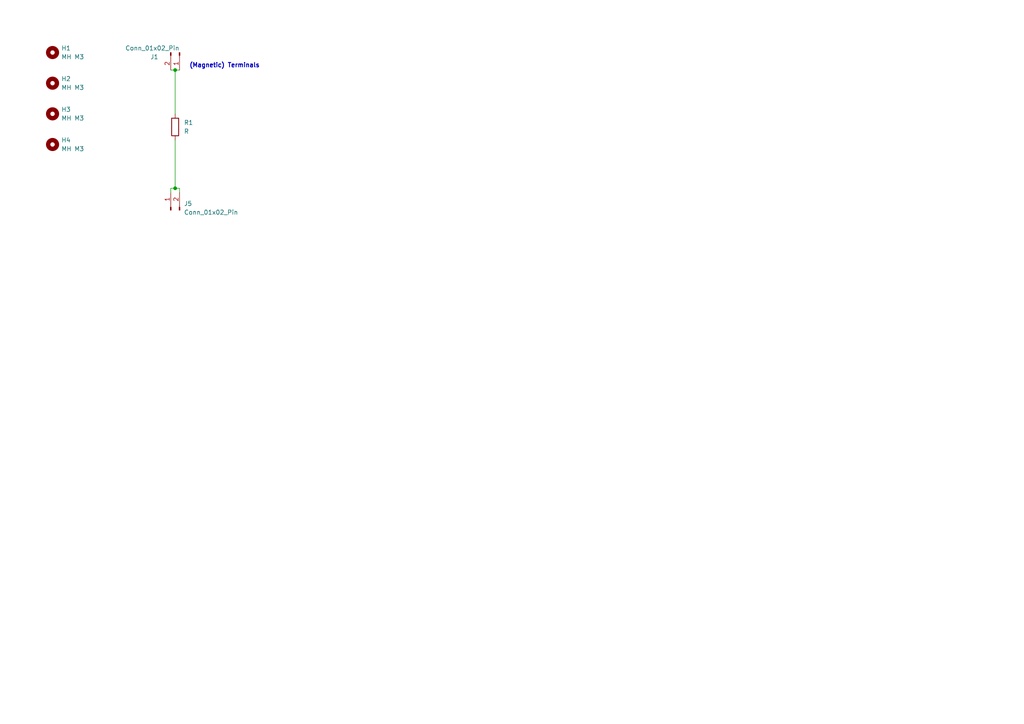
<source format=kicad_sch>
(kicad_sch (version 20250114) (generator "eeschema") (generator_version "9.0")
  (paper "A4")
  (lib_symbols
    (symbol "Connector:Conn_01x02_Pin" (pin_names (offset 1.016) (hide yes))
      (property "Reference" "J" (at 0 2.54 0))
      (property "Value" "Conn_01x02_Pin" (at 0 -5.08 0))
      (symbol "Conn_01x02_Pin_1_1"
        (rectangle (start 0.8636 0.127) (end 0 -0.127) (stroke (width 0.1524)) (fill (type outline)))
        (rectangle (start 0.8636 -2.413) (end 0 -2.667) (stroke (width 0.1524)) (fill (type outline)))
        (polyline (pts (xy 1.27 0) (xy 0.8636 0)) (stroke (width 0.1524)))
        (polyline (pts (xy 1.27 -2.54) (xy 0.8636 -2.54)) (stroke (width 0.1524)))
        (pin passive line (at 5.08 0 180) (length 3.81) (name "Pin_1") (number "1"))
        (pin passive line (at 5.08 -2.54 180) (length 3.81) (name "Pin_2") (number "2"))
      )
    )
    (symbol "Device:R" (pin_numbers (hide yes)) (pin_names (offset 0))
      (property "Reference" "R" (at 2.032 0 90))
      (property "Value" "R" (at 0 0 90))
      (symbol "R_0_1"
        (rectangle (start -1.016 -2.54) (end 1.016 2.54) (stroke (width 0.254)))
      )
      (symbol "R_1_1"
        (pin passive line (at 0 3.81 270) (length 1.27) (name "~") (number "1"))
        (pin passive line (at 0 -3.81 90) (length 1.27) (name "~") (number "2"))
      )
    )
    (symbol "Mechanical:MountingHole" (pin_names (offset 1.016)) (exclude_from_sim yes) (in_bom no)
      (property "Reference" "H" (at 0 5.08 0))
      (property "Value" "MountingHole" (at 0 3.175 0))
      (symbol "MountingHole_0_1"
        (circle (center 0 0) (radius 1.27) (stroke (width 1.27)))
      )
    )
  )
  (text "(Magnetic) Terminals" (at 54.864 19.812 0) (effects (font (size 1.27 1.27) (thickness 0.254) (bold yes)) (justify left bottom)))
  (junction (at 50.8 54.61))
  (junction (at 50.8 20.32))
  (wire (pts (xy 50.8 54.61) (xy 52.07 54.61)))
  (wire (pts (xy 50.8 40.64) (xy 50.8 54.61)))
  (wire (pts (xy 49.53 54.61) (xy 50.8 54.61)))
  (wire (pts (xy 49.53 20.32) (xy 50.8 20.32)))
  (wire (pts (xy 50.8 20.32) (xy 50.8 33.02)))
  (wire (pts (xy 49.53 54.61) (xy 49.53 55.88)))
  (wire (pts (xy 50.8 20.32) (xy 52.07 20.32)))
  (wire (pts (xy 52.07 54.61) (xy 52.07 55.88)))
  (symbol (lib_id "Mechanical:MountingHole") (at 15.24 41.91 0) (unit 1) (in_bom no)
    (property "Reference" "H4" (at 17.78 40.6399 0) (effects (justify left)))
    (property "Value" "MH M3" (at 17.78 43.1799 0) (effects (justify left)))
    (property "Footprint" "EASYEDA2KICAD:MountingHole_3.0mm_M3_tight" (effects (hide yes)))
    (property "Description" "Mounting Hole without connection" (effects (hide yes)))
  )
  (symbol (lib_id "Mechanical:MountingHole") (at 15.24 15.24 0) (unit 1) (in_bom no)
    (property "Reference" "H1" (at 17.78 13.9699 0) (effects (justify left)))
    (property "Value" "MH M3" (at 17.78 16.5099 0) (effects (justify left)))
    (property "Footprint" "EASYEDA2KICAD:MountingHole_3.0mm_M3_tight" (effects (hide yes)))
    (property "Description" "Mounting Hole without connection" (effects (hide yes)))
  )
  (symbol (lib_id "Connector:Conn_01x02_Pin") (at 52.07 15.24 270) (unit 1)
    (property "Reference" "J1" (at 45.974 16.51 90) (effects (justify right)))
    (property "Value" "Conn_01x02_Pin" (at 52.0699 13.97 90) (effects (justify right)))
    (property "Footprint" "EASYEDA2KICAD:Magentic_Connector_1x02_P2.5mm_Horizontal" (effects (hide yes)))
    (property "Description" "Generic connector, single row, 01x02, script generated" (effects (hide yes)))
  )
  (symbol (lib_id "Mechanical:MountingHole") (at 15.24 24.13 0) (unit 1) (in_bom no)
    (property "Reference" "H2" (at 17.78 22.8599 0) (effects (justify left)))
    (property "Value" "MH M3" (at 17.78 25.3999 0) (effects (justify left)))
    (property "Footprint" "EASYEDA2KICAD:MountingHole_3.0mm_M3_tight" (effects (hide yes)))
    (property "Description" "Mounting Hole without connection" (effects (hide yes)))
  )
  (symbol (lib_id "Device:R") (at 50.8 36.83 0) (unit 1)
    (property "Reference" "R1" (at 53.34 35.5599 0) (effects (justify left)))
    (property "Value" "R" (at 53.34 38.0999 0) (effects (justify left)))
    (property "Footprint" "Resistor_THT:R_Axial_DIN0411_L9.9mm_D3.6mm_P20.32mm_Horizontal" (effects (hide yes)))
    (property "Description" "Resistor" (effects (hide yes)))
  )
  (symbol (lib_id "Connector:Conn_01x02_Pin") (at 49.53 60.96 90) (unit 1)
    (property "Reference" "J5" (at 53.34 59.0549 90) (effects (justify right)))
    (property "Value" "Conn_01x02_Pin" (at 53.34 61.5949 90) (effects (justify right)))
    (property "Footprint" "EASYEDA2KICAD:Magentic_Connector_1x02_P2.5mm_Horizontal" (effects (hide yes)))
    (property "Description" "Generic connector, single row, 01x02, script generated" (effects (hide yes)))
  )
  (symbol (lib_id "Mechanical:MountingHole") (at 15.24 33.02 0) (unit 1) (in_bom no)
    (property "Reference" "H3" (at 17.78 31.7499 0) (effects (justify left)))
    (property "Value" "MH M3" (at 17.78 34.2899 0) (effects (justify left)))
    (property "Footprint" "EASYEDA2KICAD:MountingHole_3.0mm_M3_tight" (effects (hide yes)))
    (property "Description" "Mounting Hole without connection" (effects (hide yes)))
  )
)
</source>
